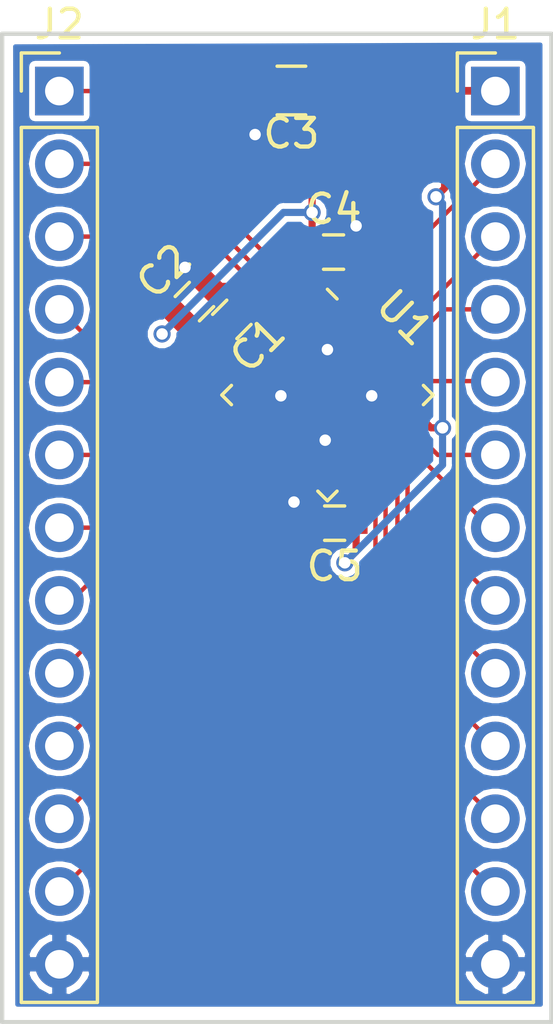
<source format=kicad_pcb>
(kicad_pcb (version 20171130) (host pcbnew 5.0.2-bee76a0~70~ubuntu16.04.1)

  (general
    (thickness 1.6)
    (drawings 34)
    (tracks 159)
    (zones 0)
    (modules 8)
    (nets 26)
  )

  (page A4)
  (layers
    (0 F.Cu signal)
    (31 B.Cu signal)
    (32 B.Adhes user hide)
    (33 F.Adhes user hide)
    (34 B.Paste user hide)
    (35 F.Paste user hide)
    (36 B.SilkS user hide)
    (37 F.SilkS user)
    (38 B.Mask user hide)
    (39 F.Mask user hide)
    (40 Dwgs.User user hide)
    (41 Cmts.User user)
    (42 Eco1.User user hide)
    (43 Eco2.User user hide)
    (44 Edge.Cuts user)
    (45 Margin user hide)
    (46 B.CrtYd user hide)
    (47 F.CrtYd user hide)
    (48 B.Fab user hide)
    (49 F.Fab user hide)
  )

  (setup
    (last_trace_width 0.25)
    (user_trace_width 0.02)
    (user_trace_width 0.153)
    (trace_clearance 0.2)
    (zone_clearance 0.1524)
    (zone_45_only no)
    (trace_min 0)
    (segment_width 0.2)
    (edge_width 0.15)
    (via_size 0.6)
    (via_drill 0.4)
    (via_min_size 0.4)
    (via_min_drill 0.3)
    (uvia_size 0.3)
    (uvia_drill 0.1)
    (uvias_allowed no)
    (uvia_min_size 0.2)
    (uvia_min_drill 0.1)
    (pcb_text_width 0.3)
    (pcb_text_size 1.5 1.5)
    (mod_edge_width 0.15)
    (mod_text_size 1 1)
    (mod_text_width 0.15)
    (pad_size 1.524 1.524)
    (pad_drill 0.762)
    (pad_to_mask_clearance 0.01)
    (solder_mask_min_width 0.15)
    (pad_to_paste_clearance 0.01)
    (aux_axis_origin 0 0)
    (visible_elements FFFFFE3F)
    (pcbplotparams
      (layerselection 0x000c0_7ffffffe)
      (usegerberextensions false)
      (usegerberattributes false)
      (usegerberadvancedattributes false)
      (creategerberjobfile false)
      (excludeedgelayer true)
      (linewidth 0.100000)
      (plotframeref false)
      (viasonmask false)
      (mode 1)
      (useauxorigin false)
      (hpglpennumber 1)
      (hpglpenspeed 20)
      (hpglpendiameter 15.000000)
      (psnegative false)
      (psa4output false)
      (plotreference false)
      (plotvalue false)
      (plotinvisibletext false)
      (padsonsilk false)
      (subtractmaskfromsilk true)
      (outputformat 1)
      (mirror false)
      (drillshape 0)
      (scaleselection 1)
      (outputdirectory "Gerbers/"))
  )

  (net 0 "")
  (net 1 +3V3)
  (net 2 GND)
  (net 3 /PC14)
  (net 4 /PC15)
  (net 5 /PA0)
  (net 6 /PA1)
  (net 7 /PA2)
  (net 8 /PA3)
  (net 9 /PA4)
  (net 10 /PA5)
  (net 11 /PA6)
  (net 12 /PA7)
  (net 13 /PB0)
  (net 14 /PA13)
  (net 15 /PA14)
  (net 16 /NRST)
  (net 17 /PB7)
  (net 18 /PB6)
  (net 19 /PB1)
  (net 20 /PA10)
  (net 21 /PA9)
  (net 22 /PA8)
  (net 23 /PA11)
  (net 24 /PA12)
  (net 25 /PB5)

  (net_class Default "This is the default net class."
    (clearance 0.2)
    (trace_width 0.25)
    (via_dia 0.6)
    (via_drill 0.4)
    (uvia_dia 0.3)
    (uvia_drill 0.1)
    (add_net +3V3)
    (add_net /NRST)
    (add_net /PA0)
    (add_net /PA1)
    (add_net /PA10)
    (add_net /PA11)
    (add_net /PA12)
    (add_net /PA13)
    (add_net /PA14)
    (add_net /PA2)
    (add_net /PA3)
    (add_net /PA4)
    (add_net /PA5)
    (add_net /PA6)
    (add_net /PA7)
    (add_net /PA8)
    (add_net /PA9)
    (add_net /PB0)
    (add_net /PB1)
    (add_net /PB5)
    (add_net /PB6)
    (add_net /PB7)
    (add_net /PC14)
    (add_net /PC15)
    (add_net GND)
  )

  (module Capacitors_SMD:C_0805 (layer F.Cu) (tedit 58AA8463) (tstamp 5B2FF78F)
    (at 153.1112 109.982 180)
    (descr "Capacitor SMD 0805, reflow soldering, AVX (see smccp.pdf)")
    (tags "capacitor 0805")
    (path /5B2D8754)
    (attr smd)
    (fp_text reference C3 (at 0 -1.5 180) (layer F.SilkS)
      (effects (font (size 1 1) (thickness 0.15)))
    )
    (fp_text value 10uF (at 0 1.75 180) (layer F.Fab)
      (effects (font (size 1 1) (thickness 0.15)))
    )
    (fp_text user %R (at 0 -1.5 180) (layer F.Fab)
      (effects (font (size 1 1) (thickness 0.15)))
    )
    (fp_line (start -1 0.62) (end -1 -0.62) (layer F.Fab) (width 0.1))
    (fp_line (start 1 0.62) (end -1 0.62) (layer F.Fab) (width 0.1))
    (fp_line (start 1 -0.62) (end 1 0.62) (layer F.Fab) (width 0.1))
    (fp_line (start -1 -0.62) (end 1 -0.62) (layer F.Fab) (width 0.1))
    (fp_line (start 0.5 -0.85) (end -0.5 -0.85) (layer F.SilkS) (width 0.12))
    (fp_line (start -0.5 0.85) (end 0.5 0.85) (layer F.SilkS) (width 0.12))
    (fp_line (start -1.75 -0.88) (end 1.75 -0.88) (layer F.CrtYd) (width 0.05))
    (fp_line (start -1.75 -0.88) (end -1.75 0.87) (layer F.CrtYd) (width 0.05))
    (fp_line (start 1.75 0.87) (end 1.75 -0.88) (layer F.CrtYd) (width 0.05))
    (fp_line (start 1.75 0.87) (end -1.75 0.87) (layer F.CrtYd) (width 0.05))
    (pad 1 smd rect (at -1 0 180) (size 1 1.25) (layers F.Cu F.Paste F.Mask)
      (net 1 +3V3))
    (pad 2 smd rect (at 1 0 180) (size 1 1.25) (layers F.Cu F.Paste F.Mask)
      (net 2 GND))
    (model Capacitors_SMD.3dshapes/C_0805.wrl
      (at (xyz 0 0 0))
      (scale (xyz 1 1 1))
      (rotate (xyz 0 0 0))
    )
  )

  (module Capacitors_SMD:C_0603 (layer F.Cu) (tedit 59958EE7) (tstamp 5B2FF795)
    (at 154.5844 115.6208)
    (descr "Capacitor SMD 0603, reflow soldering, AVX (see smccp.pdf)")
    (tags "capacitor 0603")
    (path /5B2D869A)
    (attr smd)
    (fp_text reference C4 (at 0 -1.5) (layer F.SilkS)
      (effects (font (size 1 1) (thickness 0.15)))
    )
    (fp_text value 100nF (at 0 1.5) (layer F.Fab)
      (effects (font (size 1 1) (thickness 0.15)))
    )
    (fp_line (start 1.4 0.65) (end -1.4 0.65) (layer F.CrtYd) (width 0.05))
    (fp_line (start 1.4 0.65) (end 1.4 -0.65) (layer F.CrtYd) (width 0.05))
    (fp_line (start -1.4 -0.65) (end -1.4 0.65) (layer F.CrtYd) (width 0.05))
    (fp_line (start -1.4 -0.65) (end 1.4 -0.65) (layer F.CrtYd) (width 0.05))
    (fp_line (start 0.35 0.6) (end -0.35 0.6) (layer F.SilkS) (width 0.12))
    (fp_line (start -0.35 -0.6) (end 0.35 -0.6) (layer F.SilkS) (width 0.12))
    (fp_line (start -0.8 -0.4) (end 0.8 -0.4) (layer F.Fab) (width 0.1))
    (fp_line (start 0.8 -0.4) (end 0.8 0.4) (layer F.Fab) (width 0.1))
    (fp_line (start 0.8 0.4) (end -0.8 0.4) (layer F.Fab) (width 0.1))
    (fp_line (start -0.8 0.4) (end -0.8 -0.4) (layer F.Fab) (width 0.1))
    (fp_text user %R (at 0 0) (layer F.Fab)
      (effects (font (size 0.3 0.3) (thickness 0.075)))
    )
    (pad 2 smd rect (at 0.75 0) (size 0.8 0.75) (layers F.Cu F.Paste F.Mask)
      (net 2 GND))
    (pad 1 smd rect (at -0.75 0) (size 0.8 0.75) (layers F.Cu F.Paste F.Mask)
      (net 1 +3V3))
    (model Capacitors_SMD.3dshapes/C_0603.wrl
      (at (xyz 0 0 0))
      (scale (xyz 1 1 1))
      (rotate (xyz 0 0 0))
    )
  )

  (module Capacitors_SMD:C_0603 (layer F.Cu) (tedit 59958EE7) (tstamp 5B2FF79B)
    (at 154.6225 125.0823 180)
    (descr "Capacitor SMD 0603, reflow soldering, AVX (see smccp.pdf)")
    (tags "capacitor 0603")
    (path /5B2D8799)
    (attr smd)
    (fp_text reference C5 (at 0 -1.5 180) (layer F.SilkS)
      (effects (font (size 1 1) (thickness 0.15)))
    )
    (fp_text value 100nF (at 0 1.5 180) (layer F.Fab)
      (effects (font (size 1 1) (thickness 0.15)))
    )
    (fp_line (start 1.4 0.65) (end -1.4 0.65) (layer F.CrtYd) (width 0.05))
    (fp_line (start 1.4 0.65) (end 1.4 -0.65) (layer F.CrtYd) (width 0.05))
    (fp_line (start -1.4 -0.65) (end -1.4 0.65) (layer F.CrtYd) (width 0.05))
    (fp_line (start -1.4 -0.65) (end 1.4 -0.65) (layer F.CrtYd) (width 0.05))
    (fp_line (start 0.35 0.6) (end -0.35 0.6) (layer F.SilkS) (width 0.12))
    (fp_line (start -0.35 -0.6) (end 0.35 -0.6) (layer F.SilkS) (width 0.12))
    (fp_line (start -0.8 -0.4) (end 0.8 -0.4) (layer F.Fab) (width 0.1))
    (fp_line (start 0.8 -0.4) (end 0.8 0.4) (layer F.Fab) (width 0.1))
    (fp_line (start 0.8 0.4) (end -0.8 0.4) (layer F.Fab) (width 0.1))
    (fp_line (start -0.8 0.4) (end -0.8 -0.4) (layer F.Fab) (width 0.1))
    (fp_text user %R (at 0 0 180) (layer F.Fab)
      (effects (font (size 0.3 0.3) (thickness 0.075)))
    )
    (pad 2 smd rect (at 0.75 0 180) (size 0.8 0.75) (layers F.Cu F.Paste F.Mask)
      (net 2 GND))
    (pad 1 smd rect (at -0.75 0 180) (size 0.8 0.75) (layers F.Cu F.Paste F.Mask)
      (net 1 +3V3))
    (model Capacitors_SMD.3dshapes/C_0603.wrl
      (at (xyz 0 0 0))
      (scale (xyz 1 1 1))
      (rotate (xyz 0 0 0))
    )
  )

  (module Capacitors_SMD:C_0603 (layer F.Cu) (tedit 59958EE7) (tstamp 5B2FF7A1)
    (at 151.0284 117.9703 45)
    (descr "Capacitor SMD 0603, reflow soldering, AVX (see smccp.pdf)")
    (tags "capacitor 0603")
    (path /5B2D8540)
    (attr smd)
    (fp_text reference C1 (at 0 1.275196 45) (layer F.SilkS)
      (effects (font (size 1 1) (thickness 0.15)))
    )
    (fp_text value 1uF (at 0 1.5 45) (layer F.Fab)
      (effects (font (size 1 1) (thickness 0.15)))
    )
    (fp_line (start 1.4 0.65) (end -1.4 0.65) (layer F.CrtYd) (width 0.05))
    (fp_line (start 1.4 0.65) (end 1.4 -0.65) (layer F.CrtYd) (width 0.05))
    (fp_line (start -1.4 -0.65) (end -1.4 0.65) (layer F.CrtYd) (width 0.05))
    (fp_line (start -1.4 -0.65) (end 1.4 -0.65) (layer F.CrtYd) (width 0.05))
    (fp_line (start 0.35 0.6) (end -0.35 0.6) (layer F.SilkS) (width 0.12))
    (fp_line (start -0.35 -0.6) (end 0.35 -0.6) (layer F.SilkS) (width 0.12))
    (fp_line (start -0.8 -0.4) (end 0.8 -0.4) (layer F.Fab) (width 0.1))
    (fp_line (start 0.8 -0.4) (end 0.8 0.4) (layer F.Fab) (width 0.1))
    (fp_line (start 0.8 0.4) (end -0.8 0.4) (layer F.Fab) (width 0.1))
    (fp_line (start -0.8 0.4) (end -0.8 -0.4) (layer F.Fab) (width 0.1))
    (fp_text user %R (at 0 0 45) (layer F.Fab)
      (effects (font (size 0.3 0.3) (thickness 0.075)))
    )
    (pad 2 smd rect (at 0.75 0 45) (size 0.8 0.75) (layers F.Cu F.Paste F.Mask)
      (net 2 GND))
    (pad 1 smd rect (at -0.75 0 45) (size 0.8 0.75) (layers F.Cu F.Paste F.Mask)
      (net 1 +3V3))
    (model Capacitors_SMD.3dshapes/C_0603.wrl
      (at (xyz 0 0 0))
      (scale (xyz 1 1 1))
      (rotate (xyz 0 0 0))
    )
  )

  (module Capacitors_SMD:C_0603 (layer F.Cu) (tedit 59958EE7) (tstamp 5B2FF7A7)
    (at 149.7203 117.348 45)
    (descr "Capacitor SMD 0603, reflow soldering, AVX (see smccp.pdf)")
    (tags "capacitor 0603")
    (path /5B2D865B)
    (attr smd)
    (fp_text reference C2 (at 0 -1.5 45) (layer F.SilkS)
      (effects (font (size 1 1) (thickness 0.15)))
    )
    (fp_text value 100nF (at 0 1.5 45) (layer F.Fab)
      (effects (font (size 1 1) (thickness 0.15)))
    )
    (fp_line (start 1.4 0.65) (end -1.4 0.65) (layer F.CrtYd) (width 0.05))
    (fp_line (start 1.4 0.65) (end 1.4 -0.65) (layer F.CrtYd) (width 0.05))
    (fp_line (start -1.4 -0.65) (end -1.4 0.65) (layer F.CrtYd) (width 0.05))
    (fp_line (start -1.4 -0.65) (end 1.4 -0.65) (layer F.CrtYd) (width 0.05))
    (fp_line (start 0.35 0.6) (end -0.35 0.6) (layer F.SilkS) (width 0.12))
    (fp_line (start -0.35 -0.6) (end 0.35 -0.6) (layer F.SilkS) (width 0.12))
    (fp_line (start -0.8 -0.4) (end 0.8 -0.4) (layer F.Fab) (width 0.1))
    (fp_line (start 0.8 -0.4) (end 0.8 0.4) (layer F.Fab) (width 0.1))
    (fp_line (start 0.8 0.4) (end -0.8 0.4) (layer F.Fab) (width 0.1))
    (fp_line (start -0.8 0.4) (end -0.8 -0.4) (layer F.Fab) (width 0.1))
    (fp_text user %R (at 0 0 45) (layer F.Fab)
      (effects (font (size 0.3 0.3) (thickness 0.075)))
    )
    (pad 2 smd rect (at 0.75 0 45) (size 0.8 0.75) (layers F.Cu F.Paste F.Mask)
      (net 2 GND))
    (pad 1 smd rect (at -0.75 0 45) (size 0.8 0.75) (layers F.Cu F.Paste F.Mask)
      (net 1 +3V3))
    (model Capacitors_SMD.3dshapes/C_0603.wrl
      (at (xyz 0 0 0))
      (scale (xyz 1 1 1))
      (rotate (xyz 0 0 0))
    )
  )

  (module Connector_PinHeader_2.54mm:PinHeader_1x13_P2.54mm_Vertical (layer F.Cu) (tedit 59FED5CC) (tstamp 5F4684C5)
    (at 160.24 110)
    (descr "Through hole straight pin header, 1x13, 2.54mm pitch, single row")
    (tags "Through hole pin header THT 1x13 2.54mm single row")
    (path /5F3FA497)
    (fp_text reference J1 (at 0 -2.33) (layer F.SilkS)
      (effects (font (size 1 1) (thickness 0.15)))
    )
    (fp_text value Conn_01x13_Male (at 0 32.81) (layer F.Fab)
      (effects (font (size 1 1) (thickness 0.15)))
    )
    (fp_text user %R (at 0 15.24 90) (layer F.Fab)
      (effects (font (size 1 1) (thickness 0.15)))
    )
    (fp_line (start 1.8 -1.8) (end -1.8 -1.8) (layer F.CrtYd) (width 0.05))
    (fp_line (start 1.8 32.25) (end 1.8 -1.8) (layer F.CrtYd) (width 0.05))
    (fp_line (start -1.8 32.25) (end 1.8 32.25) (layer F.CrtYd) (width 0.05))
    (fp_line (start -1.8 -1.8) (end -1.8 32.25) (layer F.CrtYd) (width 0.05))
    (fp_line (start -1.33 -1.33) (end 0 -1.33) (layer F.SilkS) (width 0.12))
    (fp_line (start -1.33 0) (end -1.33 -1.33) (layer F.SilkS) (width 0.12))
    (fp_line (start -1.33 1.27) (end 1.33 1.27) (layer F.SilkS) (width 0.12))
    (fp_line (start 1.33 1.27) (end 1.33 31.81) (layer F.SilkS) (width 0.12))
    (fp_line (start -1.33 1.27) (end -1.33 31.81) (layer F.SilkS) (width 0.12))
    (fp_line (start -1.33 31.81) (end 1.33 31.81) (layer F.SilkS) (width 0.12))
    (fp_line (start -1.27 -0.635) (end -0.635 -1.27) (layer F.Fab) (width 0.1))
    (fp_line (start -1.27 31.75) (end -1.27 -0.635) (layer F.Fab) (width 0.1))
    (fp_line (start 1.27 31.75) (end -1.27 31.75) (layer F.Fab) (width 0.1))
    (fp_line (start 1.27 -1.27) (end 1.27 31.75) (layer F.Fab) (width 0.1))
    (fp_line (start -0.635 -1.27) (end 1.27 -1.27) (layer F.Fab) (width 0.1))
    (pad 13 thru_hole oval (at 0 30.48) (size 1.7 1.7) (drill 1) (layers *.Cu *.Mask)
      (net 2 GND))
    (pad 12 thru_hole oval (at 0 27.94) (size 1.7 1.7) (drill 1) (layers *.Cu *.Mask)
      (net 19 /PB1))
    (pad 11 thru_hole oval (at 0 25.4) (size 1.7 1.7) (drill 1) (layers *.Cu *.Mask)
      (net 22 /PA8))
    (pad 10 thru_hole oval (at 0 22.86) (size 1.7 1.7) (drill 1) (layers *.Cu *.Mask)
      (net 21 /PA9))
    (pad 9 thru_hole oval (at 0 20.32) (size 1.7 1.7) (drill 1) (layers *.Cu *.Mask)
      (net 20 /PA10))
    (pad 8 thru_hole oval (at 0 17.78) (size 1.7 1.7) (drill 1) (layers *.Cu *.Mask)
      (net 23 /PA11))
    (pad 7 thru_hole oval (at 0 15.24) (size 1.7 1.7) (drill 1) (layers *.Cu *.Mask)
      (net 24 /PA12))
    (pad 6 thru_hole oval (at 0 12.7) (size 1.7 1.7) (drill 1) (layers *.Cu *.Mask)
      (net 14 /PA13))
    (pad 5 thru_hole oval (at 0 10.16) (size 1.7 1.7) (drill 1) (layers *.Cu *.Mask)
      (net 15 /PA14))
    (pad 4 thru_hole oval (at 0 7.62) (size 1.7 1.7) (drill 1) (layers *.Cu *.Mask)
      (net 25 /PB5))
    (pad 3 thru_hole oval (at 0 5.08) (size 1.7 1.7) (drill 1) (layers *.Cu *.Mask)
      (net 18 /PB6))
    (pad 2 thru_hole oval (at 0 2.54) (size 1.7 1.7) (drill 1) (layers *.Cu *.Mask)
      (net 17 /PB7))
    (pad 1 thru_hole rect (at 0 0) (size 1.7 1.7) (drill 1) (layers *.Cu *.Mask)
      (net 1 +3V3))
    (model ${KISYS3DMOD}/Connector_PinHeader_2.54mm.3dshapes/PinHeader_1x13_P2.54mm_Vertical.wrl
      (at (xyz 0 0 0))
      (scale (xyz 1 1 1))
      (rotate (xyz 0 0 0))
    )
  )

  (module Connector_PinHeader_2.54mm:PinHeader_1x13_P2.54mm_Vertical (layer F.Cu) (tedit 59FED5CC) (tstamp 5F468204)
    (at 145 110)
    (descr "Through hole straight pin header, 1x13, 2.54mm pitch, single row")
    (tags "Through hole pin header THT 1x13 2.54mm single row")
    (path /5F3FA236)
    (fp_text reference J2 (at 0 -2.33) (layer F.SilkS)
      (effects (font (size 1 1) (thickness 0.15)))
    )
    (fp_text value Conn_01x13_Male (at 0 32.81) (layer F.Fab)
      (effects (font (size 1 1) (thickness 0.15)))
    )
    (fp_line (start -0.635 -1.27) (end 1.27 -1.27) (layer F.Fab) (width 0.1))
    (fp_line (start 1.27 -1.27) (end 1.27 31.75) (layer F.Fab) (width 0.1))
    (fp_line (start 1.27 31.75) (end -1.27 31.75) (layer F.Fab) (width 0.1))
    (fp_line (start -1.27 31.75) (end -1.27 -0.635) (layer F.Fab) (width 0.1))
    (fp_line (start -1.27 -0.635) (end -0.635 -1.27) (layer F.Fab) (width 0.1))
    (fp_line (start -1.33 31.81) (end 1.33 31.81) (layer F.SilkS) (width 0.12))
    (fp_line (start -1.33 1.27) (end -1.33 31.81) (layer F.SilkS) (width 0.12))
    (fp_line (start 1.33 1.27) (end 1.33 31.81) (layer F.SilkS) (width 0.12))
    (fp_line (start -1.33 1.27) (end 1.33 1.27) (layer F.SilkS) (width 0.12))
    (fp_line (start -1.33 0) (end -1.33 -1.33) (layer F.SilkS) (width 0.12))
    (fp_line (start -1.33 -1.33) (end 0 -1.33) (layer F.SilkS) (width 0.12))
    (fp_line (start -1.8 -1.8) (end -1.8 32.25) (layer F.CrtYd) (width 0.05))
    (fp_line (start -1.8 32.25) (end 1.8 32.25) (layer F.CrtYd) (width 0.05))
    (fp_line (start 1.8 32.25) (end 1.8 -1.8) (layer F.CrtYd) (width 0.05))
    (fp_line (start 1.8 -1.8) (end -1.8 -1.8) (layer F.CrtYd) (width 0.05))
    (fp_text user %R (at 0 15.24 90) (layer F.Fab)
      (effects (font (size 1 1) (thickness 0.15)))
    )
    (pad 1 thru_hole rect (at 0 0) (size 1.7 1.7) (drill 1) (layers *.Cu *.Mask)
      (net 3 /PC14))
    (pad 2 thru_hole oval (at 0 2.54) (size 1.7 1.7) (drill 1) (layers *.Cu *.Mask)
      (net 4 /PC15))
    (pad 3 thru_hole oval (at 0 5.08) (size 1.7 1.7) (drill 1) (layers *.Cu *.Mask)
      (net 16 /NRST))
    (pad 4 thru_hole oval (at 0 7.62) (size 1.7 1.7) (drill 1) (layers *.Cu *.Mask)
      (net 5 /PA0))
    (pad 5 thru_hole oval (at 0 10.16) (size 1.7 1.7) (drill 1) (layers *.Cu *.Mask)
      (net 6 /PA1))
    (pad 6 thru_hole oval (at 0 12.7) (size 1.7 1.7) (drill 1) (layers *.Cu *.Mask)
      (net 7 /PA2))
    (pad 7 thru_hole oval (at 0 15.24) (size 1.7 1.7) (drill 1) (layers *.Cu *.Mask)
      (net 8 /PA3))
    (pad 8 thru_hole oval (at 0 17.78) (size 1.7 1.7) (drill 1) (layers *.Cu *.Mask)
      (net 9 /PA4))
    (pad 9 thru_hole oval (at 0 20.32) (size 1.7 1.7) (drill 1) (layers *.Cu *.Mask)
      (net 10 /PA5))
    (pad 10 thru_hole oval (at 0 22.86) (size 1.7 1.7) (drill 1) (layers *.Cu *.Mask)
      (net 11 /PA6))
    (pad 11 thru_hole oval (at 0 25.4) (size 1.7 1.7) (drill 1) (layers *.Cu *.Mask)
      (net 12 /PA7))
    (pad 12 thru_hole oval (at 0 27.94) (size 1.7 1.7) (drill 1) (layers *.Cu *.Mask)
      (net 13 /PB0))
    (pad 13 thru_hole oval (at 0 30.48) (size 1.7 1.7) (drill 1) (layers *.Cu *.Mask)
      (net 2 GND))
    (model ${KISYS3DMOD}/Connector_PinHeader_2.54mm.3dshapes/PinHeader_1x13_P2.54mm_Vertical.wrl
      (at (xyz 0 0 0))
      (scale (xyz 1 1 1))
      (rotate (xyz 0 0 0))
    )
  )

  (module Package_DFN_QFN:QFN-32-1EP_5x5mm_P0.5mm_EP3.45x3.45mm (layer F.Cu) (tedit 5B4E85CE) (tstamp 5F468243)
    (at 154.37 120.61 315)
    (descr "QFN, 32 Pin (http://www.analog.com/media/en/package-pcb-resources/package/pkg_pdf/ltc-legacy-qfn/QFN_32_05-08-1693.pdf), generated with kicad-footprint-generator ipc_dfn_qfn_generator.py")
    (tags "QFN DFN_QFN")
    (path /5F390427)
    (attr smd)
    (fp_text reference U1 (at 0 -3.82 315) (layer F.SilkS)
      (effects (font (size 1 1) (thickness 0.15)))
    )
    (fp_text value STM32L071KBUx (at 0 3.82 315) (layer F.Fab)
      (effects (font (size 1 1) (thickness 0.15)))
    )
    (fp_line (start 2.135 -2.61) (end 2.61 -2.61) (layer F.SilkS) (width 0.12))
    (fp_line (start 2.61 -2.61) (end 2.61 -2.135) (layer F.SilkS) (width 0.12))
    (fp_line (start -2.135 2.61) (end -2.61 2.61) (layer F.SilkS) (width 0.12))
    (fp_line (start -2.61 2.61) (end -2.61 2.135) (layer F.SilkS) (width 0.12))
    (fp_line (start 2.135 2.61) (end 2.61 2.61) (layer F.SilkS) (width 0.12))
    (fp_line (start 2.61 2.61) (end 2.61 2.135) (layer F.SilkS) (width 0.12))
    (fp_line (start -2.135 -2.61) (end -2.61 -2.61) (layer F.SilkS) (width 0.12))
    (fp_line (start -1.5 -2.5) (end 2.5 -2.5) (layer F.Fab) (width 0.1))
    (fp_line (start 2.5 -2.5) (end 2.5 2.5) (layer F.Fab) (width 0.1))
    (fp_line (start 2.5 2.5) (end -2.5 2.5) (layer F.Fab) (width 0.1))
    (fp_line (start -2.5 2.5) (end -2.5 -1.5) (layer F.Fab) (width 0.1))
    (fp_line (start -2.5 -1.5) (end -1.5 -2.5) (layer F.Fab) (width 0.1))
    (fp_line (start -3.12 -3.12) (end -3.12 3.12) (layer F.CrtYd) (width 0.05))
    (fp_line (start -3.12 3.12) (end 3.12 3.12) (layer F.CrtYd) (width 0.05))
    (fp_line (start 3.12 3.12) (end 3.12 -3.12) (layer F.CrtYd) (width 0.05))
    (fp_line (start 3.12 -3.12) (end -3.12 -3.12) (layer F.CrtYd) (width 0.05))
    (fp_text user %R (at 0 0 315) (layer F.Fab)
      (effects (font (size 1 1) (thickness 0.15)))
    )
    (pad 33 smd roundrect (at 0 0 315) (size 3.45 3.45) (layers F.Cu F.Mask) (roundrect_rratio 0.072464)
      (net 2 GND))
    (pad "" smd roundrect (at -1.15 -1.15 315) (size 0.93 0.93) (layers F.Paste) (roundrect_rratio 0.25))
    (pad "" smd roundrect (at -1.15 0 315) (size 0.93 0.93) (layers F.Paste) (roundrect_rratio 0.25))
    (pad "" smd roundrect (at -1.15 1.15 315) (size 0.93 0.93) (layers F.Paste) (roundrect_rratio 0.25))
    (pad "" smd roundrect (at 0 -1.15 315) (size 0.93 0.93) (layers F.Paste) (roundrect_rratio 0.25))
    (pad "" smd roundrect (at 0 0 315) (size 0.93 0.93) (layers F.Paste) (roundrect_rratio 0.25))
    (pad "" smd roundrect (at 0 1.15 315) (size 0.93 0.93) (layers F.Paste) (roundrect_rratio 0.25))
    (pad "" smd roundrect (at 1.15 -1.15 315) (size 0.93 0.93) (layers F.Paste) (roundrect_rratio 0.25))
    (pad "" smd roundrect (at 1.15 0 315) (size 0.93 0.93) (layers F.Paste) (roundrect_rratio 0.25))
    (pad "" smd roundrect (at 1.15 1.15 315) (size 0.93 0.93) (layers F.Paste) (roundrect_rratio 0.25))
    (pad 1 smd roundrect (at -2.4375 -1.75 315) (size 0.875 0.25) (layers F.Cu F.Paste F.Mask) (roundrect_rratio 0.25)
      (net 3 /PC14))
    (pad 2 smd roundrect (at -2.4375 -1.25 315) (size 0.875 0.25) (layers F.Cu F.Paste F.Mask) (roundrect_rratio 0.25)
      (net 4 /PC15))
    (pad 3 smd roundrect (at -2.4375 -0.75 315) (size 0.875 0.25) (layers F.Cu F.Paste F.Mask) (roundrect_rratio 0.25)
      (net 16 /NRST))
    (pad 4 smd roundrect (at -2.4375 -0.25 315) (size 0.875 0.25) (layers F.Cu F.Paste F.Mask) (roundrect_rratio 0.25)
      (net 2 GND))
    (pad 5 smd roundrect (at -2.4375 0.25 315) (size 0.875 0.25) (layers F.Cu F.Paste F.Mask) (roundrect_rratio 0.25)
      (net 1 +3V3))
    (pad 6 smd roundrect (at -2.4375 0.75 315) (size 0.875 0.25) (layers F.Cu F.Paste F.Mask) (roundrect_rratio 0.25)
      (net 5 /PA0))
    (pad 7 smd roundrect (at -2.4375 1.25 315) (size 0.875 0.25) (layers F.Cu F.Paste F.Mask) (roundrect_rratio 0.25)
      (net 6 /PA1))
    (pad 8 smd roundrect (at -2.4375 1.75 315) (size 0.875 0.25) (layers F.Cu F.Paste F.Mask) (roundrect_rratio 0.25)
      (net 7 /PA2))
    (pad 9 smd roundrect (at -1.75 2.4375 315) (size 0.25 0.875) (layers F.Cu F.Paste F.Mask) (roundrect_rratio 0.25)
      (net 8 /PA3))
    (pad 10 smd roundrect (at -1.25 2.4375 315) (size 0.25 0.875) (layers F.Cu F.Paste F.Mask) (roundrect_rratio 0.25)
      (net 9 /PA4))
    (pad 11 smd roundrect (at -0.75 2.4375 315) (size 0.25 0.875) (layers F.Cu F.Paste F.Mask) (roundrect_rratio 0.25)
      (net 10 /PA5))
    (pad 12 smd roundrect (at -0.25 2.4375 315) (size 0.25 0.875) (layers F.Cu F.Paste F.Mask) (roundrect_rratio 0.25)
      (net 11 /PA6))
    (pad 13 smd roundrect (at 0.25 2.4375 315) (size 0.25 0.875) (layers F.Cu F.Paste F.Mask) (roundrect_rratio 0.25)
      (net 12 /PA7))
    (pad 14 smd roundrect (at 0.75 2.4375 315) (size 0.25 0.875) (layers F.Cu F.Paste F.Mask) (roundrect_rratio 0.25)
      (net 13 /PB0))
    (pad 15 smd roundrect (at 1.25 2.4375 315) (size 0.25 0.875) (layers F.Cu F.Paste F.Mask) (roundrect_rratio 0.25)
      (net 19 /PB1))
    (pad 16 smd roundrect (at 1.75 2.4375 315) (size 0.25 0.875) (layers F.Cu F.Paste F.Mask) (roundrect_rratio 0.25)
      (net 2 GND))
    (pad 17 smd roundrect (at 2.4375 1.75 315) (size 0.875 0.25) (layers F.Cu F.Paste F.Mask) (roundrect_rratio 0.25)
      (net 1 +3V3))
    (pad 18 smd roundrect (at 2.4375 1.25 315) (size 0.875 0.25) (layers F.Cu F.Paste F.Mask) (roundrect_rratio 0.25)
      (net 22 /PA8))
    (pad 19 smd roundrect (at 2.4375 0.75 315) (size 0.875 0.25) (layers F.Cu F.Paste F.Mask) (roundrect_rratio 0.25)
      (net 21 /PA9))
    (pad 20 smd roundrect (at 2.4375 0.25 315) (size 0.875 0.25) (layers F.Cu F.Paste F.Mask) (roundrect_rratio 0.25)
      (net 20 /PA10))
    (pad 21 smd roundrect (at 2.4375 -0.25 315) (size 0.875 0.25) (layers F.Cu F.Paste F.Mask) (roundrect_rratio 0.25)
      (net 23 /PA11))
    (pad 22 smd roundrect (at 2.4375 -0.75 315) (size 0.875 0.25) (layers F.Cu F.Paste F.Mask) (roundrect_rratio 0.25)
      (net 24 /PA12))
    (pad 23 smd roundrect (at 2.4375 -1.25 315) (size 0.875 0.25) (layers F.Cu F.Paste F.Mask) (roundrect_rratio 0.25)
      (net 14 /PA13))
    (pad 24 smd roundrect (at 2.4375 -1.75 315) (size 0.875 0.25) (layers F.Cu F.Paste F.Mask) (roundrect_rratio 0.25)
      (net 1 +3V3))
    (pad 25 smd roundrect (at 1.75 -2.4375 315) (size 0.25 0.875) (layers F.Cu F.Paste F.Mask) (roundrect_rratio 0.25)
      (net 15 /PA14))
    (pad 26 smd roundrect (at 1.25 -2.4375 315) (size 0.25 0.875) (layers F.Cu F.Paste F.Mask) (roundrect_rratio 0.25))
    (pad 27 smd roundrect (at 0.75 -2.4375 315) (size 0.25 0.875) (layers F.Cu F.Paste F.Mask) (roundrect_rratio 0.25)
      (net 25 /PB5))
    (pad 28 smd roundrect (at 0.25 -2.4375 315) (size 0.25 0.875) (layers F.Cu F.Paste F.Mask) (roundrect_rratio 0.25)
      (net 18 /PB6))
    (pad 29 smd roundrect (at -0.25 -2.4375 315) (size 0.25 0.875) (layers F.Cu F.Paste F.Mask) (roundrect_rratio 0.25)
      (net 17 /PB7))
    (pad 30 smd roundrect (at -0.75 -2.4375 315) (size 0.25 0.875) (layers F.Cu F.Paste F.Mask) (roundrect_rratio 0.25)
      (net 2 GND))
    (pad 31 smd roundrect (at -1.25 -2.4375 315) (size 0.25 0.875) (layers F.Cu F.Paste F.Mask) (roundrect_rratio 0.25)
      (net 2 GND))
    (pad 32 smd roundrect (at -1.75 -2.4375 315) (size 0.25 0.875) (layers F.Cu F.Paste F.Mask) (roundrect_rratio 0.25)
      (net 1 +3V3))
    (model ${KISYS3DMOD}/Package_DFN_QFN.3dshapes/QFN-32-1EP_5x5mm_P0.5mm_EP3.45x3.45mm.wrl
      (at (xyz 0 0 0))
      (scale (xyz 1 1 1))
      (rotate (xyz 0 0 0))
    )
  )

  (gr_text PA11 (at 157.5308 127.8001) (layer Cmts.User) (tstamp 5F39D7C4)
    (effects (font (size 0.6 0.6) (thickness 0.15)))
  )
  (gr_text GND (at 157.7594 140.5509) (layer Cmts.User) (tstamp 5F39D691)
    (effects (font (size 0.6 0.6) (thickness 0.15)))
  )
  (gr_text jkl (at 152.2476 132.1562) (layer Cmts.User)
    (effects (font (size 0.6 0.6) (thickness 0.15)))
  )
  (gr_text 8/16/2020 (at 152.3619 130.5052) (layer Cmts.User)
    (effects (font (size 0.6 0.6) (thickness 0.15)))
  )
  (gr_text "Small ARM 32" (at 152.4254 128.9177) (layer Cmts.User)
    (effects (font (size 0.8 0.8) (thickness 0.15)))
  )
  (gr_text VCC (at 157.988 110.0328) (layer Cmts.User)
    (effects (font (size 0.6 0.6) (thickness 0.15)))
  )
  (gr_text PB7 (at 157.9372 112.6236) (layer Cmts.User)
    (effects (font (size 0.6 0.6) (thickness 0.15)))
  )
  (gr_text PB6 (at 158.1404 115.2144) (layer Cmts.User)
    (effects (font (size 0.6 0.6) (thickness 0.15)))
  )
  (gr_text PB5 (at 157.9372 117.2845) (layer Cmts.User)
    (effects (font (size 0.6 0.6) (thickness 0.15)))
  )
  (gr_text PA12 (at 157.5943 125.0696) (layer Cmts.User)
    (effects (font (size 0.6 0.6) (thickness 0.15)))
  )
  (gr_text SWC (at 158.3563 119.0117) (layer Cmts.User)
    (effects (font (size 0.6 0.6) (thickness 0.15)))
  )
  (gr_text SWD (at 157.9753 122.9614) (layer Cmts.User)
    (effects (font (size 0.6 0.6) (thickness 0.15)))
  )
  (gr_text PA10 (at 157.3911 130.302) (layer Cmts.User)
    (effects (font (size 0.6 0.6) (thickness 0.15)))
  )
  (gr_text PA9 (at 157.9626 132.8166) (layer Cmts.User)
    (effects (font (size 0.6 0.6) (thickness 0.15)))
  )
  (gr_text PA8 (at 158.0007 135.4328) (layer Cmts.User)
    (effects (font (size 0.6 0.6) (thickness 0.15)))
  )
  (gr_text PB1 (at 157.7975 137.922) (layer Cmts.User)
    (effects (font (size 0.6 0.6) (thickness 0.15)))
  )
  (gr_text PB0 (at 147.3454 138.1633) (layer Cmts.User)
    (effects (font (size 0.6 0.6) (thickness 0.15)))
  )
  (gr_text GND (at 147.4216 140.5001) (layer Cmts.User)
    (effects (font (size 0.6 0.6) (thickness 0.15)))
  )
  (gr_text PA7 (at 147.32 135.4328) (layer Cmts.User)
    (effects (font (size 0.6 0.6) (thickness 0.15)))
  )
  (gr_text PA6 (at 147.2184 132.7404) (layer Cmts.User)
    (effects (font (size 0.6 0.6) (thickness 0.15)))
  )
  (gr_text PA5 (at 147.32 130.1496) (layer Cmts.User)
    (effects (font (size 0.6 0.6) (thickness 0.15)))
  )
  (gr_text PA4 (at 147.4724 127.6604) (layer Cmts.User)
    (effects (font (size 0.6 0.6) (thickness 0.15)))
  )
  (gr_text PA3 (at 147.32 125.222) (layer Cmts.User)
    (effects (font (size 0.6 0.6) (thickness 0.15)))
  )
  (gr_text PA2 (at 147.2184 122.6312) (layer Cmts.User)
    (effects (font (size 0.6 0.6) (thickness 0.15)))
  )
  (gr_text PA1 (at 147.2692 120.2944) (layer Cmts.User)
    (effects (font (size 0.6 0.6) (thickness 0.15)))
  )
  (gr_text PA0 (at 147.1676 118.2116) (layer Cmts.User)
    (effects (font (size 0.6 0.6) (thickness 0.15)))
  )
  (gr_text NRST (at 147.574 115.1128) (layer Cmts.User)
    (effects (font (size 0.6 0.6) (thickness 0.15)))
  )
  (gr_text PC15 (at 147.5232 112.5728) (layer Cmts.User)
    (effects (font (size 0.6 0.6) (thickness 0.15)))
  )
  (gr_text PC14 (at 147.3708 110.0328) (layer Cmts.User)
    (effects (font (size 0.6 0.6) (thickness 0.15)))
  )
  (gr_text 1 (at 153.5303 116.7003) (layer Cmts.User)
    (effects (font (size 0.6 0.6) (thickness 0.15)))
  )
  (gr_line (start 162.2 108) (end 143 108) (angle 90) (layer Edge.Cuts) (width 0.15))
  (gr_line (start 162.2 142.5) (end 162.2 108) (angle 90) (layer Edge.Cuts) (width 0.15))
  (gr_line (start 143 142.5) (end 162.2 142.5) (angle 90) (layer Edge.Cuts) (width 0.15))
  (gr_line (start 143 108) (end 143 142.5) (angle 90) (layer Edge.Cuts) (width 0.15))

  (segment (start 151.907077 118.50063) (end 150.49807 118.50063) (width 0.25) (layer F.Cu) (net 1))
  (segment (start 152.469651 119.063204) (end 151.907077 118.50063) (width 0.25) (layer F.Cu) (net 1))
  (segment (start 149.81227 118.50063) (end 149.18997 117.87833) (width 0.25) (layer F.Cu) (net 1))
  (segment (start 150.49807 118.50063) (end 149.81227 118.50063) (width 0.25) (layer F.Cu) (net 1))
  (segment (start 154.856136 117.64899) (end 154.856136 117.327636) (width 0.25) (layer F.Cu) (net 1))
  (segment (start 153.8344 116.3059) (end 153.8344 115.6208) (width 0.25) (layer F.Cu) (net 1))
  (segment (start 154.856136 117.327636) (end 153.8344 116.3059) (width 0.25) (layer F.Cu) (net 1))
  (segment (start 160.222 109.982) (end 160.24 110) (width 0.25) (layer F.Cu) (net 1))
  (segment (start 154.1112 109.982) (end 160.222 109.982) (width 0.25) (layer F.Cu) (net 1))
  (segment (start 155.0924 124.8022) (end 155.3725 125.0823) (width 0.25) (layer F.Cu) (net 1))
  (segment (start 154.856136 124.249136) (end 155.0924 124.4854) (width 0.25) (layer F.Cu) (net 1))
  (segment (start 155.0924 124.4854) (end 155.0924 124.8022) (width 0.25) (layer F.Cu) (net 1))
  (segment (start 154.856136 123.57101) (end 154.856136 124.249136) (width 0.25) (layer F.Cu) (net 1))
  (segment (start 153.8344 110.2588) (end 154.1112 109.982) (width 0.25) (layer F.Cu) (net 1))
  (segment (start 153.8344 115.6208) (end 153.8344 114.2365) (width 0.25) (layer F.Cu) (net 1))
  (via (at 153.8344 114.2365) (size 0.6) (drill 0.4) (layers F.Cu B.Cu) (net 1))
  (segment (start 153.8344 114.2365) (end 153.8344 110.2588) (width 0.25) (layer F.Cu) (net 1))
  (via (at 148.59 118.4783) (size 0.6) (drill 0.4) (layers F.Cu B.Cu) (net 1))
  (segment (start 149.18997 117.87833) (end 148.59 118.4783) (width 0.25) (layer F.Cu) (net 1))
  (segment (start 152.8318 114.2365) (end 153.8344 114.2365) (width 0.25) (layer B.Cu) (net 1))
  (segment (start 148.59 118.4783) (end 152.8318 114.2365) (width 0.25) (layer B.Cu) (net 1))
  (via (at 154.9781 126.4666) (size 0.6) (drill 0.4) (layers F.Cu B.Cu) (net 1))
  (segment (start 155.3725 126.0722) (end 154.9781 126.4666) (width 0.25) (layer F.Cu) (net 1))
  (segment (start 155.3725 125.0823) (end 155.3725 126.0722) (width 0.25) (layer F.Cu) (net 1))
  (via (at 158.3944 121.7549) (size 0.6) (drill 0.4) (layers F.Cu B.Cu) (net 1))
  (segment (start 158.3944 123.0503) (end 158.3944 121.7549) (width 0.25) (layer B.Cu) (net 1))
  (segment (start 154.9781 126.4666) (end 158.3944 123.0503) (width 0.25) (layer B.Cu) (net 1))
  (segment (start 157.989774 121.7549) (end 157.33101 121.096136) (width 0.25) (layer F.Cu) (net 1))
  (segment (start 158.3944 121.7549) (end 157.989774 121.7549) (width 0.25) (layer F.Cu) (net 1))
  (segment (start 158.3944 113.919) (end 158.1658 113.6904) (width 0.25) (layer B.Cu) (net 1))
  (via (at 158.1658 113.6904) (size 0.6) (drill 0.4) (layers F.Cu B.Cu) (net 1))
  (segment (start 158.3944 121.7549) (end 158.3944 113.919) (width 0.25) (layer B.Cu) (net 1))
  (segment (start 159.14 110) (end 160.24 110) (width 0.25) (layer F.Cu) (net 1))
  (segment (start 158.465799 110.674201) (end 159.14 110) (width 0.25) (layer F.Cu) (net 1))
  (segment (start 158.465799 113.390401) (end 158.465799 110.674201) (width 0.25) (layer F.Cu) (net 1))
  (segment (start 158.1658 113.6904) (end 158.465799 113.390401) (width 0.25) (layer F.Cu) (net 1))
  (via (at 154.2923 122.1867) (size 0.6) (drill 0.4) (layers F.Cu B.Cu) (net 2))
  (via (at 155.9179 120.6373) (size 0.6) (drill 0.4) (layers F.Cu B.Cu) (net 2))
  (via (at 152.7429 120.6373) (size 0.6) (drill 0.4) (layers F.Cu B.Cu) (net 2))
  (segment (start 150.931223 116.81767) (end 150.25063 116.81767) (width 0.25) (layer F.Cu) (net 2))
  (segment (start 152.823204 118.709651) (end 150.931223 116.81767) (width 0.25) (layer F.Cu) (net 2))
  (segment (start 153.203273 119.08972) (end 153.203273 119.443273) (width 0.25) (layer F.Cu) (net 2))
  (segment (start 153.203273 119.443273) (end 154.37 120.61) (width 0.25) (layer F.Cu) (net 2))
  (segment (start 152.823204 118.709651) (end 153.203273 119.08972) (width 0.25) (layer F.Cu) (net 2))
  (segment (start 155.563242 118.356097) (end 155.209689 118.002544) (width 0.25) (layer F.Cu) (net 2))
  (segment (start 155.563243 118.356097) (end 155.563242 118.356097) (width 0.25) (layer F.Cu) (net 2))
  (segment (start 155.3594 115.6208) (end 155.3344 115.6208) (width 0.25) (layer F.Cu) (net 2))
  (segment (start 155.9844 116.2458) (end 155.3594 115.6208) (width 0.25) (layer F.Cu) (net 2))
  (segment (start 155.9844 117.504609) (end 155.9844 116.2458) (width 0.25) (layer F.Cu) (net 2))
  (segment (start 155.486465 118.002544) (end 155.9844 117.504609) (width 0.25) (layer F.Cu) (net 2))
  (segment (start 155.209689 118.002544) (end 155.486465 118.002544) (width 0.25) (layer F.Cu) (net 2))
  (segment (start 153.883864 125.070936) (end 153.8725 125.0823) (width 0.25) (layer F.Cu) (net 2))
  (segment (start 153.88589 123.57101) (end 153.883864 123.57101) (width 0.25) (layer F.Cu) (net 2))
  (via (at 153.2001 124.3457) (size 0.6) (drill 0.4) (layers F.Cu B.Cu) (net 2))
  (segment (start 153.883864 124.3965) (end 153.883864 125.070936) (width 0.25) (layer F.Cu) (net 2))
  (segment (start 153.2509 124.3965) (end 153.2001 124.3457) (width 0.25) (layer F.Cu) (net 2))
  (segment (start 153.883864 123.57101) (end 153.883864 124.3965) (width 0.25) (layer F.Cu) (net 2))
  (segment (start 153.883864 124.3965) (end 153.2509 124.3965) (width 0.25) (layer F.Cu) (net 2))
  (segment (start 155.209689 118.002544) (end 155.209689 118.094311) (width 0.25) (layer F.Cu) (net 2))
  (segment (start 154.37 118.934) (end 154.37 119.0244) (width 0.25) (layer F.Cu) (net 2))
  (segment (start 155.209689 118.094311) (end 154.37 118.934) (width 0.25) (layer F.Cu) (net 2))
  (via (at 151.8412 111.5187) (size 0.6) (drill 0.4) (layers F.Cu B.Cu) (net 2))
  (segment (start 152.1112 111.2487) (end 151.8412 111.5187) (width 0.25) (layer F.Cu) (net 2))
  (segment (start 152.1112 109.982) (end 152.1112 111.2487) (width 0.25) (layer F.Cu) (net 2))
  (segment (start 150.05357 116.81767) (end 149.3901 116.1542) (width 0.25) (layer F.Cu) (net 2))
  (via (at 149.3901 116.1542) (size 0.6) (drill 0.4) (layers F.Cu B.Cu) (net 2))
  (segment (start 150.25063 116.81767) (end 150.05357 116.81767) (width 0.25) (layer F.Cu) (net 2))
  (via (at 155.3718 114.7064) (size 0.6) (drill 0.4) (layers F.Cu B.Cu) (net 2))
  (segment (start 155.3344 114.7438) (end 155.3718 114.7064) (width 0.25) (layer F.Cu) (net 2))
  (segment (start 155.3344 115.6208) (end 155.3344 114.7438) (width 0.25) (layer F.Cu) (net 2))
  (segment (start 154.37 119.0244) (end 154.37 120.61) (width 0.25) (layer F.Cu) (net 2) (tstamp 5F3AE9B7))
  (via (at 154.37 119.0244) (size 0.6) (drill 0.4) (layers F.Cu B.Cu) (net 2))
  (segment (start 146.003 110) (end 145 110) (width 0.153) (layer F.Cu) (net 3))
  (segment (start 146.51165 110) (end 146.003 110) (width 0.153) (layer F.Cu) (net 3))
  (segment (start 153.883864 117.372214) (end 146.51165 110) (width 0.153) (layer F.Cu) (net 3))
  (segment (start 153.883864 117.64899) (end 153.883864 117.372214) (width 0.153) (layer F.Cu) (net 3))
  (segment (start 153.150242 117.622475) (end 153.150242 117.437842) (width 0.153) (layer F.Cu) (net 4))
  (segment (start 153.530311 118.002544) (end 153.150242 117.622475) (width 0.153) (layer F.Cu) (net 4))
  (segment (start 148.2524 112.54) (end 145 112.54) (width 0.153) (layer F.Cu) (net 4))
  (segment (start 153.150242 117.437842) (end 148.2524 112.54) (width 0.153) (layer F.Cu) (net 4))
  (segment (start 145.849999 118.469999) (end 145 117.62) (width 0.153) (layer F.Cu) (net 5))
  (segment (start 150.594928 119.325148) (end 146.705148 119.325148) (width 0.153) (layer F.Cu) (net 5))
  (segment (start 150.883388 119.036688) (end 150.594928 119.325148) (width 0.153) (layer F.Cu) (net 5))
  (segment (start 151.736028 119.036688) (end 150.883388 119.036688) (width 0.153) (layer F.Cu) (net 5))
  (segment (start 146.705148 119.325148) (end 145.849999 118.469999) (width 0.153) (layer F.Cu) (net 5))
  (segment (start 152.116097 119.416757) (end 151.736028 119.036688) (width 0.153) (layer F.Cu) (net 5))
  (segment (start 151.029066 119.390242) (end 150.741149 119.678159) (width 0.153) (layer F.Cu) (net 6))
  (segment (start 150.741149 119.678159) (end 146.683922 119.678159) (width 0.153) (layer F.Cu) (net 6))
  (segment (start 146.683922 119.678159) (end 146.202081 120.16) (width 0.153) (layer F.Cu) (net 6))
  (segment (start 151.382475 119.390242) (end 151.029066 119.390242) (width 0.153) (layer F.Cu) (net 6))
  (segment (start 146.202081 120.16) (end 145 120.16) (width 0.153) (layer F.Cu) (net 6))
  (segment (start 151.762544 119.770311) (end 151.382475 119.390242) (width 0.153) (layer F.Cu) (net 6))
  (segment (start 151.40899 120.123864) (end 150.576636 120.123864) (width 0.153) (layer F.Cu) (net 7))
  (segment (start 148.0005 122.7) (end 145 122.7) (width 0.153) (layer F.Cu) (net 7))
  (segment (start 150.576636 120.123864) (end 148.0005 122.7) (width 0.153) (layer F.Cu) (net 7))
  (segment (start 151.40899 121.096136) (end 147.265126 125.24) (width 0.153) (layer F.Cu) (net 8))
  (segment (start 147.265126 125.24) (end 146.202081 125.24) (width 0.153) (layer F.Cu) (net 8))
  (segment (start 146.202081 125.24) (end 145 125.24) (width 0.153) (layer F.Cu) (net 8))
  (segment (start 145.432233 127.78) (end 145 127.78) (width 0.153) (layer F.Cu) (net 9))
  (segment (start 151.762544 121.449689) (end 145.432233 127.78) (width 0.153) (layer F.Cu) (net 9))
  (segment (start 150.9649 122.95444) (end 150.9649 122.9741) (width 0.153) (layer F.Cu) (net 10))
  (segment (start 152.116097 121.803243) (end 150.9649 122.95444) (width 0.153) (layer F.Cu) (net 10))
  (segment (start 150.9649 122.9741) (end 149.5552 124.3838) (width 0.153) (layer F.Cu) (net 10))
  (segment (start 149.5552 125.7648) (end 145 130.32) (width 0.153) (layer F.Cu) (net 10))
  (segment (start 149.5552 124.3838) (end 149.5552 125.7648) (width 0.153) (layer F.Cu) (net 10))
  (segment (start 152.469651 122.156796) (end 150.4061 124.220347) (width 0.153) (layer F.Cu) (net 11))
  (segment (start 150.4061 127.4539) (end 145 132.86) (width 0.153) (layer F.Cu) (net 11))
  (segment (start 150.4061 124.220347) (end 150.4061 127.4539) (width 0.153) (layer F.Cu) (net 11))
  (segment (start 152.443135 122.890418) (end 152.443135 122.918265) (width 0.153) (layer F.Cu) (net 12))
  (segment (start 152.823204 122.510349) (end 152.443135 122.890418) (width 0.153) (layer F.Cu) (net 12))
  (segment (start 152.443135 122.918265) (end 150.8633 124.4981) (width 0.153) (layer F.Cu) (net 12))
  (segment (start 150.8633 129.5367) (end 145 135.4) (width 0.153) (layer F.Cu) (net 12))
  (segment (start 150.8633 124.4981) (end 150.8633 129.5367) (width 0.153) (layer F.Cu) (net 12))
  (segment (start 153.176757 123.003188) (end 151.4983 124.681645) (width 0.153) (layer F.Cu) (net 13))
  (segment (start 153.176757 122.863903) (end 153.176757 123.003188) (width 0.153) (layer F.Cu) (net 13))
  (segment (start 151.4983 131.4417) (end 145 137.94) (width 0.153) (layer F.Cu) (net 13))
  (segment (start 151.4983 124.681645) (end 151.4983 131.4417) (width 0.153) (layer F.Cu) (net 13))
  (segment (start 158.227767 122.7) (end 160.24 122.7) (width 0.153) (layer F.Cu) (net 14))
  (segment (start 156.977456 121.449689) (end 158.227767 122.7) (width 0.153) (layer F.Cu) (net 14))
  (segment (start 160.203864 120.123864) (end 160.24 120.16) (width 0.153) (layer F.Cu) (net 15))
  (segment (start 157.33101 120.123864) (end 160.203864 120.123864) (width 0.153) (layer F.Cu) (net 15))
  (segment (start 146.202081 115.08) (end 145 115.08) (width 0.153) (layer F.Cu) (net 16))
  (segment (start 150.155492 115.08) (end 146.202081 115.08) (width 0.153) (layer F.Cu) (net 16))
  (segment (start 152.796688 117.721196) (end 150.155492 115.08) (width 0.153) (layer F.Cu) (net 16))
  (segment (start 152.796688 117.976028) (end 152.796688 117.721196) (width 0.153) (layer F.Cu) (net 16))
  (segment (start 153.176757 118.356097) (end 152.796688 117.976028) (width 0.153) (layer F.Cu) (net 16))
  (segment (start 156.8958 115.8842) (end 159.390001 113.389999) (width 0.153) (layer F.Cu) (net 17))
  (segment (start 159.390001 113.389999) (end 160.24 112.54) (width 0.153) (layer F.Cu) (net 17))
  (segment (start 156.8958 117.730647) (end 156.8958 115.8842) (width 0.153) (layer F.Cu) (net 17))
  (segment (start 155.916796 118.709651) (end 156.8958 117.730647) (width 0.153) (layer F.Cu) (net 17))
  (segment (start 156.270349 119.063204) (end 157.7975 117.536053) (width 0.153) (layer F.Cu) (net 18))
  (segment (start 157.7975 117.5225) (end 160.24 115.08) (width 0.153) (layer F.Cu) (net 18))
  (segment (start 157.7975 117.536053) (end 157.7975 117.5225) (width 0.153) (layer F.Cu) (net 18))
  (segment (start 159.390001 137.090001) (end 160.24 137.94) (width 0.153) (layer F.Cu) (net 19))
  (segment (start 153.530311 123.217456) (end 153.150242 123.597525) (width 0.153) (layer F.Cu) (net 19))
  (segment (start 152.3492 130.0492) (end 159.390001 137.090001) (width 0.153) (layer F.Cu) (net 19))
  (segment (start 152.3492 124.329977) (end 152.3492 130.0492) (width 0.153) (layer F.Cu) (net 19))
  (segment (start 153.081652 123.597525) (end 152.3492 124.329977) (width 0.153) (layer F.Cu) (net 19))
  (segment (start 153.150242 123.597525) (end 153.081652 123.597525) (width 0.153) (layer F.Cu) (net 19))
  (segment (start 156.817009 123.410562) (end 156.817009 126.897009) (width 0.153) (layer F.Cu) (net 20))
  (segment (start 155.916796 122.510349) (end 156.817009 123.410562) (width 0.153) (layer F.Cu) (net 20))
  (segment (start 159.390001 129.470001) (end 160.24 130.32) (width 0.153) (layer F.Cu) (net 20))
  (segment (start 156.817009 126.897009) (end 159.390001 129.470001) (width 0.153) (layer F.Cu) (net 20))
  (segment (start 159.390001 132.010001) (end 160.24 132.86) (width 0.153) (layer F.Cu) (net 21))
  (segment (start 155.563243 122.863903) (end 156.402012 123.702672) (width 0.153) (layer F.Cu) (net 21))
  (segment (start 156.402012 129.022012) (end 159.390001 132.010001) (width 0.153) (layer F.Cu) (net 21))
  (segment (start 156.402012 123.702672) (end 156.402012 129.022012) (width 0.153) (layer F.Cu) (net 21))
  (segment (start 159.390001 134.550001) (end 160.24 135.4) (width 0.153) (layer F.Cu) (net 22))
  (segment (start 156.049001 131.209001) (end 159.390001 134.550001) (width 0.153) (layer F.Cu) (net 22))
  (segment (start 156.049001 124.056768) (end 156.049001 131.209001) (width 0.153) (layer F.Cu) (net 22))
  (segment (start 155.209689 123.217456) (end 156.049001 124.056768) (width 0.153) (layer F.Cu) (net 22))
  (segment (start 159.390001 126.930001) (end 160.24 127.78) (width 0.153) (layer F.Cu) (net 23))
  (segment (start 156.270349 122.156796) (end 157.17002 123.056467) (width 0.153) (layer F.Cu) (net 23))
  (segment (start 157.17002 123.056467) (end 157.17002 124.71002) (width 0.153) (layer F.Cu) (net 23))
  (segment (start 157.17002 124.71002) (end 159.390001 126.930001) (width 0.153) (layer F.Cu) (net 23))
  (segment (start 160.06066 125.24) (end 160.24 125.24) (width 0.153) (layer F.Cu) (net 24))
  (segment (start 156.623903 121.803243) (end 160.06066 125.24) (width 0.153) (layer F.Cu) (net 24))
  (segment (start 158.42066 117.62) (end 160.24 117.62) (width 0.153) (layer F.Cu) (net 25))
  (segment (start 156.623903 119.416757) (end 158.42066 117.62) (width 0.153) (layer F.Cu) (net 25))

  (zone (net 2) (net_name GND) (layer B.Cu) (tstamp 5F3B5E6F) (hatch edge 0.508)
    (connect_pads (clearance 0.1524))
    (min_thickness 0.15)
    (fill yes (arc_segments 16) (thermal_gap 0.25) (thermal_bridge_width 0.5))
    (polygon
      (pts
        (xy 143.383 108.3691) (xy 143.4592 141.9606) (xy 161.8996 141.9606) (xy 161.8869 108.3437) (xy 161.8869 108.331)
        (xy 161.8869 108.3056)
      )
    )
    (filled_polygon
      (pts
        (xy 161.824572 141.8856) (xy 143.53403 141.8856) (xy 143.531646 140.834606) (xy 143.879786 140.834606) (xy 143.95713 141.021377)
        (xy 144.24369 141.379256) (xy 144.645391 141.600231) (xy 144.825 141.560662) (xy 144.825 140.655) (xy 145.175 140.655)
        (xy 145.175 141.560662) (xy 145.354609 141.600231) (xy 145.75631 141.379256) (xy 146.04287 141.021377) (xy 146.120214 140.834606)
        (xy 159.119786 140.834606) (xy 159.19713 141.021377) (xy 159.48369 141.379256) (xy 159.885391 141.600231) (xy 160.065 141.560662)
        (xy 160.065 140.655) (xy 160.415 140.655) (xy 160.415 141.560662) (xy 160.594609 141.600231) (xy 160.99631 141.379256)
        (xy 161.28287 141.021377) (xy 161.360214 140.834606) (xy 161.319659 140.655) (xy 160.415 140.655) (xy 160.065 140.655)
        (xy 159.160341 140.655) (xy 159.119786 140.834606) (xy 146.120214 140.834606) (xy 146.079659 140.655) (xy 145.175 140.655)
        (xy 144.825 140.655) (xy 143.920341 140.655) (xy 143.879786 140.834606) (xy 143.531646 140.834606) (xy 143.530038 140.125394)
        (xy 143.879786 140.125394) (xy 143.920341 140.305) (xy 144.825 140.305) (xy 144.825 139.399338) (xy 145.175 139.399338)
        (xy 145.175 140.305) (xy 146.079659 140.305) (xy 146.120214 140.125394) (xy 159.119786 140.125394) (xy 159.160341 140.305)
        (xy 160.065 140.305) (xy 160.065 139.399338) (xy 160.415 139.399338) (xy 160.415 140.305) (xy 161.319659 140.305)
        (xy 161.360214 140.125394) (xy 161.28287 139.938623) (xy 160.99631 139.580744) (xy 160.594609 139.359769) (xy 160.415 139.399338)
        (xy 160.065 139.399338) (xy 159.885391 139.359769) (xy 159.48369 139.580744) (xy 159.19713 139.938623) (xy 159.119786 140.125394)
        (xy 146.120214 140.125394) (xy 146.04287 139.938623) (xy 145.75631 139.580744) (xy 145.354609 139.359769) (xy 145.175 139.399338)
        (xy 144.825 139.399338) (xy 144.645391 139.359769) (xy 144.24369 139.580744) (xy 143.95713 139.938623) (xy 143.879786 140.125394)
        (xy 143.530038 140.125394) (xy 143.52508 137.94) (xy 143.85296 137.94) (xy 143.940273 138.378953) (xy 144.18892 138.75108)
        (xy 144.561047 138.999727) (xy 144.889197 139.065) (xy 145.110803 139.065) (xy 145.438953 138.999727) (xy 145.81108 138.75108)
        (xy 146.059727 138.378953) (xy 146.14704 137.94) (xy 159.09296 137.94) (xy 159.180273 138.378953) (xy 159.42892 138.75108)
        (xy 159.801047 138.999727) (xy 160.129197 139.065) (xy 160.350803 139.065) (xy 160.678953 138.999727) (xy 161.05108 138.75108)
        (xy 161.299727 138.378953) (xy 161.38704 137.94) (xy 161.299727 137.501047) (xy 161.05108 137.12892) (xy 160.678953 136.880273)
        (xy 160.350803 136.815) (xy 160.129197 136.815) (xy 159.801047 136.880273) (xy 159.42892 137.12892) (xy 159.180273 137.501047)
        (xy 159.09296 137.94) (xy 146.14704 137.94) (xy 146.059727 137.501047) (xy 145.81108 137.12892) (xy 145.438953 136.880273)
        (xy 145.110803 136.815) (xy 144.889197 136.815) (xy 144.561047 136.880273) (xy 144.18892 137.12892) (xy 143.940273 137.501047)
        (xy 143.85296 137.94) (xy 143.52508 137.94) (xy 143.519319 135.4) (xy 143.85296 135.4) (xy 143.940273 135.838953)
        (xy 144.18892 136.21108) (xy 144.561047 136.459727) (xy 144.889197 136.525) (xy 145.110803 136.525) (xy 145.438953 136.459727)
        (xy 145.81108 136.21108) (xy 146.059727 135.838953) (xy 146.14704 135.4) (xy 159.09296 135.4) (xy 159.180273 135.838953)
        (xy 159.42892 136.21108) (xy 159.801047 136.459727) (xy 160.129197 136.525) (xy 160.350803 136.525) (xy 160.678953 136.459727)
        (xy 161.05108 136.21108) (xy 161.299727 135.838953) (xy 161.38704 135.4) (xy 161.299727 134.961047) (xy 161.05108 134.58892)
        (xy 160.678953 134.340273) (xy 160.350803 134.275) (xy 160.129197 134.275) (xy 159.801047 134.340273) (xy 159.42892 134.58892)
        (xy 159.180273 134.961047) (xy 159.09296 135.4) (xy 146.14704 135.4) (xy 146.059727 134.961047) (xy 145.81108 134.58892)
        (xy 145.438953 134.340273) (xy 145.110803 134.275) (xy 144.889197 134.275) (xy 144.561047 134.340273) (xy 144.18892 134.58892)
        (xy 143.940273 134.961047) (xy 143.85296 135.4) (xy 143.519319 135.4) (xy 143.513558 132.86) (xy 143.85296 132.86)
        (xy 143.940273 133.298953) (xy 144.18892 133.67108) (xy 144.561047 133.919727) (xy 144.889197 133.985) (xy 145.110803 133.985)
        (xy 145.438953 133.919727) (xy 145.81108 133.67108) (xy 146.059727 133.298953) (xy 146.14704 132.86) (xy 159.09296 132.86)
        (xy 159.180273 133.298953) (xy 159.42892 133.67108) (xy 159.801047 133.919727) (xy 160.129197 133.985) (xy 160.350803 133.985)
        (xy 160.678953 133.919727) (xy 161.05108 133.67108) (xy 161.299727 133.298953) (xy 161.38704 132.86) (xy 161.299727 132.421047)
        (xy 161.05108 132.04892) (xy 160.678953 131.800273) (xy 160.350803 131.735) (xy 160.129197 131.735) (xy 159.801047 131.800273)
        (xy 159.42892 132.04892) (xy 159.180273 132.421047) (xy 159.09296 132.86) (xy 146.14704 132.86) (xy 146.059727 132.421047)
        (xy 145.81108 132.04892) (xy 145.438953 131.800273) (xy 145.110803 131.735) (xy 144.889197 131.735) (xy 144.561047 131.800273)
        (xy 144.18892 132.04892) (xy 143.940273 132.421047) (xy 143.85296 132.86) (xy 143.513558 132.86) (xy 143.507797 130.32)
        (xy 143.85296 130.32) (xy 143.940273 130.758953) (xy 144.18892 131.13108) (xy 144.561047 131.379727) (xy 144.889197 131.445)
        (xy 145.110803 131.445) (xy 145.438953 131.379727) (xy 145.81108 131.13108) (xy 146.059727 130.758953) (xy 146.14704 130.32)
        (xy 159.09296 130.32) (xy 159.180273 130.758953) (xy 159.42892 131.13108) (xy 159.801047 131.379727) (xy 160.129197 131.445)
        (xy 160.350803 131.445) (xy 160.678953 131.379727) (xy 161.05108 131.13108) (xy 161.299727 130.758953) (xy 161.38704 130.32)
        (xy 161.299727 129.881047) (xy 161.05108 129.50892) (xy 160.678953 129.260273) (xy 160.350803 129.195) (xy 160.129197 129.195)
        (xy 159.801047 129.260273) (xy 159.42892 129.50892) (xy 159.180273 129.881047) (xy 159.09296 130.32) (xy 146.14704 130.32)
        (xy 146.059727 129.881047) (xy 145.81108 129.50892) (xy 145.438953 129.260273) (xy 145.110803 129.195) (xy 144.889197 129.195)
        (xy 144.561047 129.260273) (xy 144.18892 129.50892) (xy 143.940273 129.881047) (xy 143.85296 130.32) (xy 143.507797 130.32)
        (xy 143.502035 127.78) (xy 143.85296 127.78) (xy 143.940273 128.218953) (xy 144.18892 128.59108) (xy 144.561047 128.839727)
        (xy 144.889197 128.905) (xy 145.110803 128.905) (xy 145.438953 128.839727) (xy 145.81108 128.59108) (xy 146.059727 128.218953)
        (xy 146.14704 127.78) (xy 159.09296 127.78) (xy 159.180273 128.218953) (xy 159.42892 128.59108) (xy 159.801047 128.839727)
        (xy 160.129197 128.905) (xy 160.350803 128.905) (xy 160.678953 128.839727) (xy 161.05108 128.59108) (xy 161.299727 128.218953)
        (xy 161.38704 127.78) (xy 161.299727 127.341047) (xy 161.05108 126.96892) (xy 160.678953 126.720273) (xy 160.350803 126.655)
        (xy 160.129197 126.655) (xy 159.801047 126.720273) (xy 159.42892 126.96892) (xy 159.180273 127.341047) (xy 159.09296 127.78)
        (xy 146.14704 127.78) (xy 146.059727 127.341047) (xy 145.81108 126.96892) (xy 145.438953 126.720273) (xy 145.110803 126.655)
        (xy 144.889197 126.655) (xy 144.561047 126.720273) (xy 144.18892 126.96892) (xy 143.940273 127.341047) (xy 143.85296 127.78)
        (xy 143.502035 127.78) (xy 143.496273 125.24) (xy 143.85296 125.24) (xy 143.940273 125.678953) (xy 144.18892 126.05108)
        (xy 144.561047 126.299727) (xy 144.889197 126.365) (xy 145.110803 126.365) (xy 145.175027 126.352225) (xy 154.4031 126.352225)
        (xy 154.4031 126.580975) (xy 154.490638 126.792311) (xy 154.652389 126.954062) (xy 154.863725 127.0416) (xy 155.092475 127.0416)
        (xy 155.303811 126.954062) (xy 155.465562 126.792311) (xy 155.5531 126.580975) (xy 155.5531 126.457284) (xy 156.770384 125.24)
        (xy 159.09296 125.24) (xy 159.180273 125.678953) (xy 159.42892 126.05108) (xy 159.801047 126.299727) (xy 160.129197 126.365)
        (xy 160.350803 126.365) (xy 160.678953 126.299727) (xy 161.05108 126.05108) (xy 161.299727 125.678953) (xy 161.38704 125.24)
        (xy 161.299727 124.801047) (xy 161.05108 124.42892) (xy 160.678953 124.180273) (xy 160.350803 124.115) (xy 160.129197 124.115)
        (xy 159.801047 124.180273) (xy 159.42892 124.42892) (xy 159.180273 124.801047) (xy 159.09296 125.24) (xy 156.770384 125.24)
        (xy 158.649385 123.361) (xy 158.682784 123.338684) (xy 158.771191 123.206372) (xy 158.7944 123.089694) (xy 158.7944 123.089693)
        (xy 158.802236 123.0503) (xy 158.7944 123.010906) (xy 158.7944 122.7) (xy 159.09296 122.7) (xy 159.180273 123.138953)
        (xy 159.42892 123.51108) (xy 159.801047 123.759727) (xy 160.129197 123.825) (xy 160.350803 123.825) (xy 160.678953 123.759727)
        (xy 161.05108 123.51108) (xy 161.299727 123.138953) (xy 161.38704 122.7) (xy 161.299727 122.261047) (xy 161.05108 121.88892)
        (xy 160.678953 121.640273) (xy 160.350803 121.575) (xy 160.129197 121.575) (xy 159.801047 121.640273) (xy 159.42892 121.88892)
        (xy 159.180273 122.261047) (xy 159.09296 122.7) (xy 158.7944 122.7) (xy 158.7944 122.168073) (xy 158.881862 122.080611)
        (xy 158.9694 121.869275) (xy 158.9694 121.640525) (xy 158.881862 121.429189) (xy 158.7944 121.341727) (xy 158.7944 120.16)
        (xy 159.09296 120.16) (xy 159.180273 120.598953) (xy 159.42892 120.97108) (xy 159.801047 121.219727) (xy 160.129197 121.285)
        (xy 160.350803 121.285) (xy 160.678953 121.219727) (xy 161.05108 120.97108) (xy 161.299727 120.598953) (xy 161.38704 120.16)
        (xy 161.299727 119.721047) (xy 161.05108 119.34892) (xy 160.678953 119.100273) (xy 160.350803 119.035) (xy 160.129197 119.035)
        (xy 159.801047 119.100273) (xy 159.42892 119.34892) (xy 159.180273 119.721047) (xy 159.09296 120.16) (xy 158.7944 120.16)
        (xy 158.7944 117.62) (xy 159.09296 117.62) (xy 159.180273 118.058953) (xy 159.42892 118.43108) (xy 159.801047 118.679727)
        (xy 160.129197 118.745) (xy 160.350803 118.745) (xy 160.678953 118.679727) (xy 161.05108 118.43108) (xy 161.299727 118.058953)
        (xy 161.38704 117.62) (xy 161.299727 117.181047) (xy 161.05108 116.80892) (xy 160.678953 116.560273) (xy 160.350803 116.495)
        (xy 160.129197 116.495) (xy 159.801047 116.560273) (xy 159.42892 116.80892) (xy 159.180273 117.181047) (xy 159.09296 117.62)
        (xy 158.7944 117.62) (xy 158.7944 115.08) (xy 159.09296 115.08) (xy 159.180273 115.518953) (xy 159.42892 115.89108)
        (xy 159.801047 116.139727) (xy 160.129197 116.205) (xy 160.350803 116.205) (xy 160.678953 116.139727) (xy 161.05108 115.89108)
        (xy 161.299727 115.518953) (xy 161.38704 115.08) (xy 161.299727 114.641047) (xy 161.05108 114.26892) (xy 160.678953 114.020273)
        (xy 160.350803 113.955) (xy 160.129197 113.955) (xy 159.801047 114.020273) (xy 159.42892 114.26892) (xy 159.180273 114.641047)
        (xy 159.09296 115.08) (xy 158.7944 115.08) (xy 158.7944 113.958392) (xy 158.802236 113.918999) (xy 158.787809 113.846471)
        (xy 158.771191 113.762928) (xy 158.7408 113.717444) (xy 158.7408 113.576025) (xy 158.653262 113.364689) (xy 158.491511 113.202938)
        (xy 158.280175 113.1154) (xy 158.051425 113.1154) (xy 157.840089 113.202938) (xy 157.678338 113.364689) (xy 157.5908 113.576025)
        (xy 157.5908 113.804775) (xy 157.678338 114.016111) (xy 157.840089 114.177862) (xy 157.994401 114.24178) (xy 157.9944 121.341727)
        (xy 157.906938 121.429189) (xy 157.8194 121.640525) (xy 157.8194 121.869275) (xy 157.906938 122.080611) (xy 157.994401 122.168074)
        (xy 157.9944 122.884615) (xy 154.987416 125.8916) (xy 154.863725 125.8916) (xy 154.652389 125.979138) (xy 154.490638 126.140889)
        (xy 154.4031 126.352225) (xy 145.175027 126.352225) (xy 145.438953 126.299727) (xy 145.81108 126.05108) (xy 146.059727 125.678953)
        (xy 146.14704 125.24) (xy 146.059727 124.801047) (xy 145.81108 124.42892) (xy 145.438953 124.180273) (xy 145.110803 124.115)
        (xy 144.889197 124.115) (xy 144.561047 124.180273) (xy 144.18892 124.42892) (xy 143.940273 124.801047) (xy 143.85296 125.24)
        (xy 143.496273 125.24) (xy 143.490511 122.7) (xy 143.85296 122.7) (xy 143.940273 123.138953) (xy 144.18892 123.51108)
        (xy 144.561047 123.759727) (xy 144.889197 123.825) (xy 145.110803 123.825) (xy 145.438953 123.759727) (xy 145.81108 123.51108)
        (xy 146.059727 123.138953) (xy 146.14704 122.7) (xy 146.059727 122.261047) (xy 145.81108 121.88892) (xy 145.438953 121.640273)
        (xy 145.110803 121.575) (xy 144.889197 121.575) (xy 144.561047 121.640273) (xy 144.18892 121.88892) (xy 143.940273 122.261047)
        (xy 143.85296 122.7) (xy 143.490511 122.7) (xy 143.484749 120.16) (xy 143.85296 120.16) (xy 143.940273 120.598953)
        (xy 144.18892 120.97108) (xy 144.561047 121.219727) (xy 144.889197 121.285) (xy 145.110803 121.285) (xy 145.438953 121.219727)
        (xy 145.81108 120.97108) (xy 146.059727 120.598953) (xy 146.14704 120.16) (xy 146.059727 119.721047) (xy 145.81108 119.34892)
        (xy 145.438953 119.100273) (xy 145.110803 119.035) (xy 144.889197 119.035) (xy 144.561047 119.100273) (xy 144.18892 119.34892)
        (xy 143.940273 119.721047) (xy 143.85296 120.16) (xy 143.484749 120.16) (xy 143.478987 117.62) (xy 143.85296 117.62)
        (xy 143.940273 118.058953) (xy 144.18892 118.43108) (xy 144.561047 118.679727) (xy 144.889197 118.745) (xy 145.110803 118.745)
        (xy 145.438953 118.679727) (xy 145.81108 118.43108) (xy 145.855951 118.363925) (xy 148.015 118.363925) (xy 148.015 118.592675)
        (xy 148.102538 118.804011) (xy 148.264289 118.965762) (xy 148.475625 119.0533) (xy 148.704375 119.0533) (xy 148.915711 118.965762)
        (xy 149.077462 118.804011) (xy 149.165 118.592675) (xy 149.165 118.468984) (xy 152.997486 114.6365) (xy 153.421227 114.6365)
        (xy 153.508689 114.723962) (xy 153.720025 114.8115) (xy 153.948775 114.8115) (xy 154.160111 114.723962) (xy 154.321862 114.562211)
        (xy 154.4094 114.350875) (xy 154.4094 114.122125) (xy 154.321862 113.910789) (xy 154.160111 113.749038) (xy 153.948775 113.6615)
        (xy 153.720025 113.6615) (xy 153.508689 113.749038) (xy 153.421227 113.8365) (xy 152.871192 113.8365) (xy 152.831799 113.828664)
        (xy 152.792407 113.8365) (xy 152.792406 113.8365) (xy 152.675728 113.859709) (xy 152.543416 113.948116) (xy 152.521101 113.981513)
        (xy 148.599316 117.9033) (xy 148.475625 117.9033) (xy 148.264289 117.990838) (xy 148.102538 118.152589) (xy 148.015 118.363925)
        (xy 145.855951 118.363925) (xy 146.059727 118.058953) (xy 146.14704 117.62) (xy 146.059727 117.181047) (xy 145.81108 116.80892)
        (xy 145.438953 116.560273) (xy 145.110803 116.495) (xy 144.889197 116.495) (xy 144.561047 116.560273) (xy 144.18892 116.80892)
        (xy 143.940273 117.181047) (xy 143.85296 117.62) (xy 143.478987 117.62) (xy 143.473225 115.08) (xy 143.85296 115.08)
        (xy 143.940273 115.518953) (xy 144.18892 115.89108) (xy 144.561047 116.139727) (xy 144.889197 116.205) (xy 145.110803 116.205)
        (xy 145.438953 116.139727) (xy 145.81108 115.89108) (xy 146.059727 115.518953) (xy 146.14704 115.08) (xy 146.059727 114.641047)
        (xy 145.81108 114.26892) (xy 145.438953 114.020273) (xy 145.110803 113.955) (xy 144.889197 113.955) (xy 144.561047 114.020273)
        (xy 144.18892 114.26892) (xy 143.940273 114.641047) (xy 143.85296 115.08) (xy 143.473225 115.08) (xy 143.467463 112.54)
        (xy 143.85296 112.54) (xy 143.940273 112.978953) (xy 144.18892 113.35108) (xy 144.561047 113.599727) (xy 144.889197 113.665)
        (xy 145.110803 113.665) (xy 145.438953 113.599727) (xy 145.81108 113.35108) (xy 146.059727 112.978953) (xy 146.14704 112.54)
        (xy 159.09296 112.54) (xy 159.180273 112.978953) (xy 159.42892 113.35108) (xy 159.801047 113.599727) (xy 160.129197 113.665)
        (xy 160.350803 113.665) (xy 160.678953 113.599727) (xy 161.05108 113.35108) (xy 161.299727 112.978953) (xy 161.38704 112.54)
        (xy 161.299727 112.101047) (xy 161.05108 111.72892) (xy 160.678953 111.480273) (xy 160.350803 111.415) (xy 160.129197 111.415)
        (xy 159.801047 111.480273) (xy 159.42892 111.72892) (xy 159.180273 112.101047) (xy 159.09296 112.54) (xy 146.14704 112.54)
        (xy 146.059727 112.101047) (xy 145.81108 111.72892) (xy 145.438953 111.480273) (xy 145.110803 111.415) (xy 144.889197 111.415)
        (xy 144.561047 111.480273) (xy 144.18892 111.72892) (xy 143.940273 112.101047) (xy 143.85296 112.54) (xy 143.467463 112.54)
        (xy 143.459773 109.15) (xy 143.869613 109.15) (xy 143.869613 110.85) (xy 143.890956 110.957299) (xy 143.951736 111.048264)
        (xy 144.042701 111.109044) (xy 144.15 111.130387) (xy 145.85 111.130387) (xy 145.957299 111.109044) (xy 146.048264 111.048264)
        (xy 146.109044 110.957299) (xy 146.130387 110.85) (xy 146.130387 109.15) (xy 159.109613 109.15) (xy 159.109613 110.85)
        (xy 159.130956 110.957299) (xy 159.191736 111.048264) (xy 159.282701 111.109044) (xy 159.39 111.130387) (xy 161.09 111.130387)
        (xy 161.197299 111.109044) (xy 161.288264 111.048264) (xy 161.349044 110.957299) (xy 161.370387 110.85) (xy 161.370387 109.15)
        (xy 161.349044 109.042701) (xy 161.288264 108.951736) (xy 161.197299 108.890956) (xy 161.09 108.869613) (xy 159.39 108.869613)
        (xy 159.282701 108.890956) (xy 159.191736 108.951736) (xy 159.130956 109.042701) (xy 159.109613 109.15) (xy 146.130387 109.15)
        (xy 146.109044 109.042701) (xy 146.048264 108.951736) (xy 145.957299 108.890956) (xy 145.85 108.869613) (xy 144.15 108.869613)
        (xy 144.042701 108.890956) (xy 143.951736 108.951736) (xy 143.890956 109.042701) (xy 143.869613 109.15) (xy 143.459773 109.15)
        (xy 143.45817 108.443843) (xy 161.811914 108.380858)
      )
    )
  )
)

</source>
